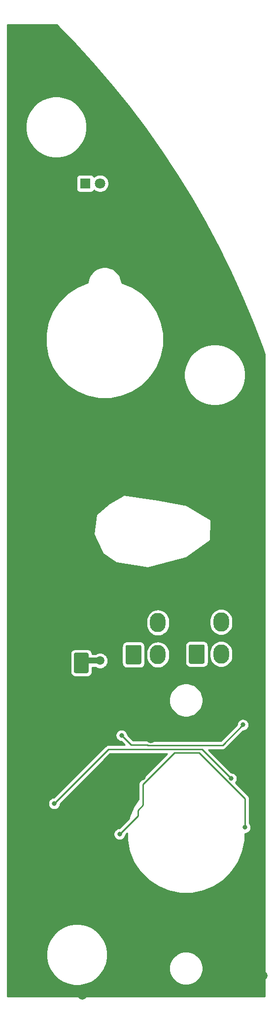
<source format=gbr>
%TF.GenerationSoftware,KiCad,Pcbnew,(5.1.6)-1*%
%TF.CreationDate,2021-07-24T01:35:24+10:00*%
%TF.ProjectId,SPIN RCV Panel PCB V1,5350494e-2052-4435-9620-50616e656c20,rev?*%
%TF.SameCoordinates,Original*%
%TF.FileFunction,Copper,L2,Bot*%
%TF.FilePolarity,Positive*%
%FSLAX46Y46*%
G04 Gerber Fmt 4.6, Leading zero omitted, Abs format (unit mm)*
G04 Created by KiCad (PCBNEW (5.1.6)-1) date 2021-07-24 01:35:24*
%MOMM*%
%LPD*%
G01*
G04 APERTURE LIST*
%TA.AperFunction,ComponentPad*%
%ADD10O,2.700000X3.300000*%
%TD*%
%TA.AperFunction,ComponentPad*%
%ADD11C,1.800000*%
%TD*%
%TA.AperFunction,ComponentPad*%
%ADD12R,1.800000X1.800000*%
%TD*%
%TA.AperFunction,ViaPad*%
%ADD13C,1.500000*%
%TD*%
%TA.AperFunction,ViaPad*%
%ADD14C,0.800000*%
%TD*%
%TA.AperFunction,Conductor*%
%ADD15C,1.000000*%
%TD*%
%TA.AperFunction,Conductor*%
%ADD16C,0.250000*%
%TD*%
%TA.AperFunction,Conductor*%
%ADD17C,0.254000*%
%TD*%
G04 APERTURE END LIST*
D10*
%TO.P,J2,4*%
%TO.N,/DATAOUT*%
X257235000Y-96900000D03*
%TO.P,J2,3*%
%TO.N,/LEDGND*%
X253035000Y-96900000D03*
%TO.P,J2,2*%
%TO.N,/LED+5V*%
X257235000Y-102400000D03*
%TO.P,J2,1*%
%TA.AperFunction,ComponentPad*%
G36*
G01*
X251685000Y-103799999D02*
X251685000Y-101000001D01*
G75*
G02*
X251935001Y-100750000I250001J0D01*
G01*
X254134999Y-100750000D01*
G75*
G02*
X254385000Y-101000001I0J-250001D01*
G01*
X254385000Y-103799999D01*
G75*
G02*
X254134999Y-104050000I-250001J0D01*
G01*
X251935001Y-104050000D01*
G75*
G02*
X251685000Y-103799999I0J250001D01*
G01*
G37*
%TD.AperFunction*%
%TD*%
%TO.P,J1,4*%
%TO.N,/DATAIN*%
X268100000Y-96800000D03*
%TO.P,J1,3*%
%TO.N,/LEDGND*%
X263900000Y-96800000D03*
%TO.P,J1,2*%
%TO.N,/LED+5V*%
X268100000Y-102300000D03*
%TO.P,J1,1*%
%TA.AperFunction,ComponentPad*%
G36*
G01*
X262550000Y-103699999D02*
X262550000Y-100900001D01*
G75*
G02*
X262800001Y-100650000I250001J0D01*
G01*
X264999999Y-100650000D01*
G75*
G02*
X265250000Y-100900001I0J-250001D01*
G01*
X265250000Y-103699999D01*
G75*
G02*
X264999999Y-103950000I-250001J0D01*
G01*
X262800001Y-103950000D01*
G75*
G02*
X262550000Y-103699999I0J250001D01*
G01*
G37*
%TD.AperFunction*%
%TD*%
D11*
%TO.P,D1,2*%
%TO.N,/LED+5V*%
X247294000Y-21500000D03*
D12*
%TO.P,D1,1*%
%TO.N,Net-(D1-Pad1)*%
X244754000Y-21500000D03*
%TD*%
%TO.P,C1,2*%
%TO.N,/LEDGND*%
%TA.AperFunction,SMDPad,CuDef*%
G36*
G01*
X245069000Y-99059000D02*
X243069000Y-99059000D01*
G75*
G02*
X242819000Y-98809000I0J250000D01*
G01*
X242819000Y-95809000D01*
G75*
G02*
X243069000Y-95559000I250000J0D01*
G01*
X245069000Y-95559000D01*
G75*
G02*
X245319000Y-95809000I0J-250000D01*
G01*
X245319000Y-98809000D01*
G75*
G02*
X245069000Y-99059000I-250000J0D01*
G01*
G37*
%TD.AperFunction*%
%TO.P,C1,1*%
%TO.N,/LED+5V*%
%TA.AperFunction,SMDPad,CuDef*%
G36*
G01*
X245069000Y-105559000D02*
X243069000Y-105559000D01*
G75*
G02*
X242819000Y-105309000I0J250000D01*
G01*
X242819000Y-102309000D01*
G75*
G02*
X243069000Y-102059000I250000J0D01*
G01*
X245069000Y-102059000D01*
G75*
G02*
X245319000Y-102309000I0J-250000D01*
G01*
X245319000Y-105309000D01*
G75*
G02*
X245069000Y-105559000I-250000J0D01*
G01*
G37*
%TD.AperFunction*%
%TD*%
D13*
%TO.N,/LEDGND*%
X244067500Y-128275000D03*
X251567900Y-74006000D03*
X236521400Y-137090700D03*
X267244200Y-94052800D03*
X252306000Y-142477100D03*
X244326500Y-142622200D03*
X236661700Y-117681800D03*
X263468200Y-46339000D03*
X275344500Y-157464900D03*
X259961800Y-32102900D03*
X248253800Y-89438100D03*
X250398500Y-102181200D03*
X244127200Y-82082800D03*
X244376200Y-117162500D03*
X243331000Y-32017200D03*
X243914500Y-94021100D03*
X240087800Y-22830400D03*
X236526800Y-142553100D03*
X240968400Y-103531600D03*
X236945800Y-157128900D03*
X256245000Y-149501600D03*
X256003500Y-111814300D03*
X239162200Y-124071100D03*
X236704400Y-149486100D03*
X248261600Y-31716800D03*
X244286100Y-160855000D03*
X255927500Y-156045800D03*
X255991000Y-116864800D03*
X244537400Y-111544800D03*
X240704600Y-109779000D03*
X268233500Y-76664700D03*
X258276000Y-72119500D03*
X273837000Y-129463000D03*
X273900000Y-123200000D03*
X273900000Y-117400000D03*
X273800000Y-111800000D03*
X233550000Y-131450000D03*
D14*
X244200000Y-134631738D03*
D13*
X273200000Y-141150000D03*
X273700000Y-146650000D03*
X273696000Y-152246000D03*
X273860000Y-134890000D03*
X254389000Y-123289000D03*
X247400000Y-61150000D03*
X255750000Y-60950000D03*
X247800000Y-135850000D03*
X251275000Y-130025000D03*
X258550000Y-40500000D03*
X238350000Y-55100000D03*
X238250000Y-39200000D03*
X259550000Y-51900000D03*
X247700000Y-148450000D03*
%TO.N,/LED+5V*%
X247286000Y-103422800D03*
D14*
%TO.N,Net-(D28-Pad2)*%
X271835400Y-114441400D03*
X250985600Y-116242600D03*
%TO.N,Net-(D33-Pad2)*%
X269800000Y-123650000D03*
X239400000Y-127950000D03*
%TO.N,Net-(D39-Pad2)*%
X272200000Y-132050000D03*
X250650000Y-133200000D03*
%TD*%
D15*
%TO.N,/LED+5V*%
X247286000Y-103422800D02*
X244455200Y-103422800D01*
X244455200Y-103422800D02*
X244069000Y-103809000D01*
D16*
%TO.N,Net-(D28-Pad2)*%
X250985600Y-116242600D02*
X252643000Y-117900000D01*
X268336999Y-117939801D02*
X271835400Y-114441400D01*
X255474999Y-117939801D02*
X268336999Y-117939801D01*
X255435198Y-117900000D02*
X255474999Y-117939801D01*
X252643000Y-117900000D02*
X255435198Y-117900000D01*
%TO.N,Net-(D33-Pad2)*%
X239400000Y-127950000D02*
X239400000Y-127950000D01*
X264800000Y-118650000D02*
X269800000Y-123650000D01*
X239400000Y-127950000D02*
X248700000Y-118650000D01*
X248700000Y-118650000D02*
X264800000Y-118650000D01*
%TO.N,Net-(D39-Pad2)*%
X253791002Y-130058998D02*
X250650000Y-133200000D01*
X254650000Y-128241002D02*
X253791002Y-129100000D01*
X272200000Y-127100000D02*
X264300000Y-119200000D01*
X272200000Y-132050000D02*
X272200000Y-127100000D01*
X254650000Y-124619002D02*
X254650000Y-128241002D01*
X253791002Y-129100000D02*
X253791002Y-130058998D01*
X264300000Y-119200000D02*
X260069002Y-119200000D01*
X260069002Y-119200000D02*
X254650000Y-124619002D01*
%TD*%
D17*
%TO.N,/LEDGND*%
G36*
X242953719Y2519112D02*
G01*
X246170776Y-995320D01*
X249275825Y-4609033D01*
X252265846Y-8318512D01*
X255137858Y-12120059D01*
X257889071Y-16009980D01*
X260516727Y-19984379D01*
X263018254Y-24039363D01*
X265391182Y-28170933D01*
X267633138Y-32374950D01*
X269741958Y-36647357D01*
X271715525Y-40983871D01*
X273551910Y-45380244D01*
X275250827Y-49836147D01*
X275606124Y-50825872D01*
X275606123Y-161087936D01*
X231356123Y-161087936D01*
X231356123Y-153365697D01*
X238044123Y-153365697D01*
X238044123Y-154405175D01*
X238246915Y-155424680D01*
X238644706Y-156385033D01*
X239222210Y-157249327D01*
X239957232Y-157984349D01*
X240821526Y-158561853D01*
X241781879Y-158959644D01*
X242801384Y-159162436D01*
X243840862Y-159162436D01*
X244860367Y-158959644D01*
X245820720Y-158561853D01*
X246685014Y-157984349D01*
X247420036Y-157249327D01*
X247997540Y-156385033D01*
X248175586Y-155955190D01*
X259159974Y-155955190D01*
X259159974Y-156525190D01*
X259271175Y-157084236D01*
X259489305Y-157610847D01*
X259805979Y-158084784D01*
X260209029Y-158487834D01*
X260682966Y-158804508D01*
X261209577Y-159022638D01*
X261768623Y-159133839D01*
X262338623Y-159133839D01*
X262897669Y-159022638D01*
X263424280Y-158804508D01*
X263898217Y-158487834D01*
X264301267Y-158084784D01*
X264617941Y-157610847D01*
X264836071Y-157084236D01*
X264947272Y-156525190D01*
X264947272Y-155955190D01*
X264836071Y-155396144D01*
X264617941Y-154869533D01*
X264301267Y-154395596D01*
X263898217Y-153992546D01*
X263424280Y-153675872D01*
X262897669Y-153457742D01*
X262338623Y-153346541D01*
X261768623Y-153346541D01*
X261209577Y-153457742D01*
X260682966Y-153675872D01*
X260209029Y-153992546D01*
X259805979Y-154395596D01*
X259489305Y-154869533D01*
X259271175Y-155396144D01*
X259159974Y-155955190D01*
X248175586Y-155955190D01*
X248395331Y-155424680D01*
X248598123Y-154405175D01*
X248598123Y-153365697D01*
X248395331Y-152346192D01*
X247997540Y-151385839D01*
X247420036Y-150521545D01*
X246685014Y-149786523D01*
X245820720Y-149209019D01*
X244860367Y-148811228D01*
X243840862Y-148608436D01*
X242801384Y-148608436D01*
X241781879Y-148811228D01*
X240821526Y-149209019D01*
X239957232Y-149786523D01*
X239222210Y-150521545D01*
X238644706Y-151385839D01*
X238246915Y-152346192D01*
X238044123Y-153365697D01*
X231356123Y-153365697D01*
X231356123Y-127848061D01*
X238365000Y-127848061D01*
X238365000Y-128051939D01*
X238404774Y-128251898D01*
X238482795Y-128440256D01*
X238596063Y-128609774D01*
X238740226Y-128753937D01*
X238909744Y-128867205D01*
X239098102Y-128945226D01*
X239298061Y-128985000D01*
X239501939Y-128985000D01*
X239701898Y-128945226D01*
X239890256Y-128867205D01*
X240059774Y-128753937D01*
X240203937Y-128609774D01*
X240317205Y-128440256D01*
X240395226Y-128251898D01*
X240435000Y-128051939D01*
X240435000Y-127989801D01*
X249014802Y-119410000D01*
X258784200Y-119410000D01*
X254139003Y-124055198D01*
X254109999Y-124079001D01*
X254059729Y-124140256D01*
X254015026Y-124194726D01*
X253990474Y-124240660D01*
X253944454Y-124326756D01*
X253900997Y-124470017D01*
X253890000Y-124581670D01*
X253890000Y-124581680D01*
X253886324Y-124619002D01*
X253890000Y-124656325D01*
X253890001Y-127204698D01*
X253079192Y-128418158D01*
X252315798Y-130261154D01*
X252266573Y-130508625D01*
X250610199Y-132165000D01*
X250548061Y-132165000D01*
X250348102Y-132204774D01*
X250159744Y-132282795D01*
X249990226Y-132396063D01*
X249846063Y-132540226D01*
X249732795Y-132709744D01*
X249654774Y-132898102D01*
X249615000Y-133098061D01*
X249615000Y-133301939D01*
X249654774Y-133501898D01*
X249732795Y-133690256D01*
X249846063Y-133859774D01*
X249990226Y-134003937D01*
X250159744Y-134117205D01*
X250348102Y-134195226D01*
X250548061Y-134235000D01*
X250751939Y-134235000D01*
X250951898Y-134195226D01*
X251140256Y-134117205D01*
X251309774Y-134003937D01*
X251453937Y-133859774D01*
X251567205Y-133690256D01*
X251645226Y-133501898D01*
X251685000Y-133301939D01*
X251685000Y-133239801D01*
X251926623Y-132998178D01*
X251926623Y-134212513D01*
X252315798Y-136169028D01*
X253079192Y-138012024D01*
X254187469Y-139670677D01*
X255598037Y-141081245D01*
X257256690Y-142189522D01*
X259099686Y-142952916D01*
X261056201Y-143342091D01*
X263051045Y-143342091D01*
X265007560Y-142952916D01*
X266850556Y-142189522D01*
X268509209Y-141081245D01*
X269919777Y-139670677D01*
X271028054Y-138012024D01*
X271791448Y-136169028D01*
X272180623Y-134212513D01*
X272180623Y-133085000D01*
X272301939Y-133085000D01*
X272501898Y-133045226D01*
X272690256Y-132967205D01*
X272859774Y-132853937D01*
X273003937Y-132709774D01*
X273117205Y-132540256D01*
X273195226Y-132351898D01*
X273235000Y-132151939D01*
X273235000Y-131948061D01*
X273195226Y-131748102D01*
X273117205Y-131559744D01*
X273003937Y-131390226D01*
X272960000Y-131346289D01*
X272960000Y-127137322D01*
X272963676Y-127099999D01*
X272960000Y-127062676D01*
X272960000Y-127062667D01*
X272949003Y-126951014D01*
X272905546Y-126807753D01*
X272879757Y-126759505D01*
X272834974Y-126675723D01*
X272763799Y-126588997D01*
X272740001Y-126559999D01*
X272711003Y-126536201D01*
X270544256Y-124369455D01*
X270603937Y-124309774D01*
X270717205Y-124140256D01*
X270795226Y-123951898D01*
X270835000Y-123751939D01*
X270835000Y-123548061D01*
X270795226Y-123348102D01*
X270717205Y-123159744D01*
X270603937Y-122990226D01*
X270459774Y-122846063D01*
X270290256Y-122732795D01*
X270101898Y-122654774D01*
X269901939Y-122615000D01*
X269839802Y-122615000D01*
X265924602Y-118699801D01*
X268299677Y-118699801D01*
X268336999Y-118703477D01*
X268374321Y-118699801D01*
X268374332Y-118699801D01*
X268485985Y-118688804D01*
X268629246Y-118645347D01*
X268761275Y-118574775D01*
X268877000Y-118479802D01*
X268900803Y-118450798D01*
X271875202Y-115476400D01*
X271937339Y-115476400D01*
X272137298Y-115436626D01*
X272325656Y-115358605D01*
X272495174Y-115245337D01*
X272639337Y-115101174D01*
X272752605Y-114931656D01*
X272830626Y-114743298D01*
X272870400Y-114543339D01*
X272870400Y-114339461D01*
X272830626Y-114139502D01*
X272752605Y-113951144D01*
X272639337Y-113781626D01*
X272495174Y-113637463D01*
X272325656Y-113524195D01*
X272137298Y-113446174D01*
X271937339Y-113406400D01*
X271733461Y-113406400D01*
X271533502Y-113446174D01*
X271345144Y-113524195D01*
X271175626Y-113637463D01*
X271031463Y-113781626D01*
X270918195Y-113951144D01*
X270840174Y-114139502D01*
X270800400Y-114339461D01*
X270800400Y-114401598D01*
X268022198Y-117179801D01*
X255679140Y-117179801D01*
X255584184Y-117150997D01*
X255472531Y-117140000D01*
X255472520Y-117140000D01*
X255435198Y-117136324D01*
X255397876Y-117140000D01*
X252957802Y-117140000D01*
X252020600Y-116202799D01*
X252020600Y-116140661D01*
X251980826Y-115940702D01*
X251902805Y-115752344D01*
X251789537Y-115582826D01*
X251645374Y-115438663D01*
X251475856Y-115325395D01*
X251287498Y-115247374D01*
X251087539Y-115207600D01*
X250883661Y-115207600D01*
X250683702Y-115247374D01*
X250495344Y-115325395D01*
X250325826Y-115438663D01*
X250181663Y-115582826D01*
X250068395Y-115752344D01*
X249990374Y-115940702D01*
X249950600Y-116140661D01*
X249950600Y-116344539D01*
X249990374Y-116544498D01*
X250068395Y-116732856D01*
X250181663Y-116902374D01*
X250325826Y-117046537D01*
X250495344Y-117159805D01*
X250683702Y-117237826D01*
X250883661Y-117277600D01*
X250945799Y-117277600D01*
X251558198Y-117890000D01*
X248737322Y-117890000D01*
X248699999Y-117886324D01*
X248662676Y-117890000D01*
X248662667Y-117890000D01*
X248551014Y-117900997D01*
X248423092Y-117939801D01*
X248407753Y-117944454D01*
X248275723Y-118015026D01*
X248192083Y-118083668D01*
X248159999Y-118109999D01*
X248136201Y-118138997D01*
X239360199Y-126915000D01*
X239298061Y-126915000D01*
X239098102Y-126954774D01*
X238909744Y-127032795D01*
X238740226Y-127146063D01*
X238596063Y-127290226D01*
X238482795Y-127459744D01*
X238404774Y-127648102D01*
X238365000Y-127848061D01*
X231356123Y-127848061D01*
X231356123Y-109930391D01*
X259159974Y-109930391D01*
X259159974Y-110500391D01*
X259271175Y-111059437D01*
X259489305Y-111586048D01*
X259805979Y-112059985D01*
X260209029Y-112463035D01*
X260682966Y-112779709D01*
X261209577Y-112997839D01*
X261768623Y-113109040D01*
X262338623Y-113109040D01*
X262897669Y-112997839D01*
X263424280Y-112779709D01*
X263898217Y-112463035D01*
X264301267Y-112059985D01*
X264617941Y-111586048D01*
X264836071Y-111059437D01*
X264947272Y-110500391D01*
X264947272Y-109930391D01*
X264836071Y-109371345D01*
X264617941Y-108844734D01*
X264301267Y-108370797D01*
X263898217Y-107967747D01*
X263424280Y-107651073D01*
X262897669Y-107432943D01*
X262338623Y-107321742D01*
X261768623Y-107321742D01*
X261209577Y-107432943D01*
X260682966Y-107651073D01*
X260209029Y-107967747D01*
X259805979Y-108370797D01*
X259489305Y-108844734D01*
X259271175Y-109371345D01*
X259159974Y-109930391D01*
X231356123Y-109930391D01*
X231356123Y-102309000D01*
X242180928Y-102309000D01*
X242180928Y-105309000D01*
X242197992Y-105482254D01*
X242248528Y-105648850D01*
X242330595Y-105802386D01*
X242441038Y-105936962D01*
X242575614Y-106047405D01*
X242729150Y-106129472D01*
X242895746Y-106180008D01*
X243069000Y-106197072D01*
X245069000Y-106197072D01*
X245242254Y-106180008D01*
X245408850Y-106129472D01*
X245562386Y-106047405D01*
X245696962Y-105936962D01*
X245807405Y-105802386D01*
X245889472Y-105648850D01*
X245940008Y-105482254D01*
X245957072Y-105309000D01*
X245957072Y-104557800D01*
X246491714Y-104557800D01*
X246629957Y-104650171D01*
X246882011Y-104754575D01*
X247149589Y-104807800D01*
X247422411Y-104807800D01*
X247689989Y-104754575D01*
X247942043Y-104650171D01*
X248168886Y-104498599D01*
X248361799Y-104305686D01*
X248513371Y-104078843D01*
X248617775Y-103826789D01*
X248671000Y-103559211D01*
X248671000Y-103286389D01*
X248617775Y-103018811D01*
X248513371Y-102766757D01*
X248361799Y-102539914D01*
X248168886Y-102347001D01*
X247942043Y-102195429D01*
X247689989Y-102091025D01*
X247422411Y-102037800D01*
X247149589Y-102037800D01*
X246882011Y-102091025D01*
X246629957Y-102195429D01*
X246491714Y-102287800D01*
X245954984Y-102287800D01*
X245940008Y-102135746D01*
X245889472Y-101969150D01*
X245807405Y-101815614D01*
X245696962Y-101681038D01*
X245562386Y-101570595D01*
X245408850Y-101488528D01*
X245242254Y-101437992D01*
X245069000Y-101420928D01*
X243069000Y-101420928D01*
X242895746Y-101437992D01*
X242729150Y-101488528D01*
X242575614Y-101570595D01*
X242441038Y-101681038D01*
X242330595Y-101815614D01*
X242248528Y-101969150D01*
X242197992Y-102135746D01*
X242180928Y-102309000D01*
X231356123Y-102309000D01*
X231356123Y-101000001D01*
X251046928Y-101000001D01*
X251046928Y-103799999D01*
X251063992Y-103973253D01*
X251114529Y-104139850D01*
X251196595Y-104293386D01*
X251307039Y-104427961D01*
X251441614Y-104538405D01*
X251595150Y-104620471D01*
X251761747Y-104671008D01*
X251935001Y-104688072D01*
X254134999Y-104688072D01*
X254308253Y-104671008D01*
X254474850Y-104620471D01*
X254628386Y-104538405D01*
X254762961Y-104427961D01*
X254873405Y-104293386D01*
X254955471Y-104139850D01*
X255006008Y-103973253D01*
X255023072Y-103799999D01*
X255023072Y-102002491D01*
X255250000Y-102002491D01*
X255250000Y-102797510D01*
X255278722Y-103089128D01*
X255392226Y-103463302D01*
X255576547Y-103808143D01*
X255824603Y-104110398D01*
X256126858Y-104358453D01*
X256471699Y-104542774D01*
X256845873Y-104656278D01*
X257235000Y-104694604D01*
X257624128Y-104656278D01*
X257998302Y-104542774D01*
X258343143Y-104358453D01*
X258645398Y-104110398D01*
X258893453Y-103808143D01*
X259077774Y-103463302D01*
X259191278Y-103089127D01*
X259220000Y-102797509D01*
X259220000Y-102002490D01*
X259191278Y-101710872D01*
X259077774Y-101336698D01*
X258893453Y-100991857D01*
X258818069Y-100900001D01*
X261911928Y-100900001D01*
X261911928Y-103699999D01*
X261928992Y-103873253D01*
X261979529Y-104039850D01*
X262061595Y-104193386D01*
X262172039Y-104327961D01*
X262306614Y-104438405D01*
X262460150Y-104520471D01*
X262626747Y-104571008D01*
X262800001Y-104588072D01*
X264999999Y-104588072D01*
X265173253Y-104571008D01*
X265339850Y-104520471D01*
X265493386Y-104438405D01*
X265627961Y-104327961D01*
X265738405Y-104193386D01*
X265820471Y-104039850D01*
X265871008Y-103873253D01*
X265888072Y-103699999D01*
X265888072Y-101902491D01*
X266115000Y-101902491D01*
X266115000Y-102697510D01*
X266143722Y-102989128D01*
X266257226Y-103363302D01*
X266441547Y-103708143D01*
X266689603Y-104010398D01*
X266991858Y-104258453D01*
X267336699Y-104442774D01*
X267710873Y-104556278D01*
X268100000Y-104594604D01*
X268489128Y-104556278D01*
X268863302Y-104442774D01*
X269208143Y-104258453D01*
X269510398Y-104010398D01*
X269758453Y-103708143D01*
X269942774Y-103363302D01*
X270056278Y-102989127D01*
X270085000Y-102697509D01*
X270085000Y-101902490D01*
X270056278Y-101610872D01*
X269942774Y-101236698D01*
X269758453Y-100891857D01*
X269510398Y-100589602D01*
X269208143Y-100341547D01*
X268863301Y-100157226D01*
X268489127Y-100043722D01*
X268100000Y-100005396D01*
X267710872Y-100043722D01*
X267336698Y-100157226D01*
X266991857Y-100341547D01*
X266689602Y-100589602D01*
X266441547Y-100891857D01*
X266257226Y-101236699D01*
X266143722Y-101610873D01*
X266115000Y-101902491D01*
X265888072Y-101902491D01*
X265888072Y-100900001D01*
X265871008Y-100726747D01*
X265820471Y-100560150D01*
X265738405Y-100406614D01*
X265627961Y-100272039D01*
X265493386Y-100161595D01*
X265339850Y-100079529D01*
X265173253Y-100028992D01*
X264999999Y-100011928D01*
X262800001Y-100011928D01*
X262626747Y-100028992D01*
X262460150Y-100079529D01*
X262306614Y-100161595D01*
X262172039Y-100272039D01*
X262061595Y-100406614D01*
X261979529Y-100560150D01*
X261928992Y-100726747D01*
X261911928Y-100900001D01*
X258818069Y-100900001D01*
X258645398Y-100689602D01*
X258343143Y-100441547D01*
X257998301Y-100257226D01*
X257624127Y-100143722D01*
X257235000Y-100105396D01*
X256845872Y-100143722D01*
X256471698Y-100257226D01*
X256126857Y-100441547D01*
X255824602Y-100689602D01*
X255576547Y-100991857D01*
X255392226Y-101336699D01*
X255278722Y-101710873D01*
X255250000Y-102002491D01*
X255023072Y-102002491D01*
X255023072Y-101000001D01*
X255006008Y-100826747D01*
X254955471Y-100660150D01*
X254873405Y-100506614D01*
X254762961Y-100372039D01*
X254628386Y-100261595D01*
X254474850Y-100179529D01*
X254308253Y-100128992D01*
X254134999Y-100111928D01*
X251935001Y-100111928D01*
X251761747Y-100128992D01*
X251595150Y-100179529D01*
X251441614Y-100261595D01*
X251307039Y-100372039D01*
X251196595Y-100506614D01*
X251114529Y-100660150D01*
X251063992Y-100826747D01*
X251046928Y-101000001D01*
X231356123Y-101000001D01*
X231356123Y-96502491D01*
X255250000Y-96502491D01*
X255250000Y-97297510D01*
X255278722Y-97589128D01*
X255392226Y-97963302D01*
X255576547Y-98308143D01*
X255824603Y-98610398D01*
X256126858Y-98858453D01*
X256471699Y-99042774D01*
X256845873Y-99156278D01*
X257235000Y-99194604D01*
X257624128Y-99156278D01*
X257998302Y-99042774D01*
X258343143Y-98858453D01*
X258645398Y-98610398D01*
X258893453Y-98308143D01*
X259077774Y-97963302D01*
X259191278Y-97589127D01*
X259220000Y-97297509D01*
X259220000Y-96502490D01*
X259210151Y-96402491D01*
X266115000Y-96402491D01*
X266115000Y-97197510D01*
X266143722Y-97489128D01*
X266257226Y-97863302D01*
X266441547Y-98208143D01*
X266689603Y-98510398D01*
X266991858Y-98758453D01*
X267336699Y-98942774D01*
X267710873Y-99056278D01*
X268100000Y-99094604D01*
X268489128Y-99056278D01*
X268863302Y-98942774D01*
X269208143Y-98758453D01*
X269510398Y-98510398D01*
X269758453Y-98208143D01*
X269942774Y-97863302D01*
X270056278Y-97489127D01*
X270085000Y-97197509D01*
X270085000Y-96402490D01*
X270056278Y-96110872D01*
X269942774Y-95736698D01*
X269758453Y-95391857D01*
X269510398Y-95089602D01*
X269208143Y-94841547D01*
X268863301Y-94657226D01*
X268489127Y-94543722D01*
X268100000Y-94505396D01*
X267710872Y-94543722D01*
X267336698Y-94657226D01*
X266991857Y-94841547D01*
X266689602Y-95089602D01*
X266441547Y-95391857D01*
X266257226Y-95736699D01*
X266143722Y-96110873D01*
X266115000Y-96402491D01*
X259210151Y-96402491D01*
X259191278Y-96210872D01*
X259077774Y-95836698D01*
X258893453Y-95491857D01*
X258645398Y-95189602D01*
X258343143Y-94941547D01*
X257998301Y-94757226D01*
X257624127Y-94643722D01*
X257235000Y-94605396D01*
X256845872Y-94643722D01*
X256471698Y-94757226D01*
X256126857Y-94941547D01*
X255824602Y-95189602D01*
X255576547Y-95491857D01*
X255392226Y-95836699D01*
X255278722Y-96210873D01*
X255250000Y-96502491D01*
X231356123Y-96502491D01*
X231356123Y-81630042D01*
X246198100Y-81630042D01*
X246201522Y-81654702D01*
X246209689Y-81678220D01*
X247709689Y-84928220D01*
X247718141Y-84943631D01*
X247733584Y-84963159D01*
X247752539Y-84979300D01*
X250127539Y-86629300D01*
X250156910Y-86644467D01*
X250181045Y-86650577D01*
X255481045Y-87450577D01*
X255506522Y-87451832D01*
X255531140Y-87448123D01*
X261956140Y-85823123D01*
X261977237Y-85815759D01*
X261998817Y-85803344D01*
X266198817Y-82803344D01*
X266213482Y-82791104D01*
X266229555Y-82772091D01*
X266241611Y-82750308D01*
X266249185Y-82726592D01*
X266251986Y-82701854D01*
X266301986Y-79276854D01*
X266298208Y-79244198D01*
X266289832Y-79220753D01*
X266277042Y-79199393D01*
X266260331Y-79180938D01*
X266240341Y-79166098D01*
X262240341Y-76766098D01*
X262223724Y-76757718D01*
X262199907Y-76750466D01*
X257199907Y-75750466D01*
X257191609Y-75749091D01*
X251316609Y-74974091D01*
X251282106Y-74974267D01*
X251257920Y-74980174D01*
X251235352Y-74990686D01*
X248910352Y-76365686D01*
X248892438Y-76378499D01*
X246642438Y-78303499D01*
X246628891Y-78316981D01*
X246614542Y-78337327D01*
X246604437Y-78360080D01*
X246598966Y-78384368D01*
X246198966Y-81609368D01*
X246198100Y-81630042D01*
X231356123Y-81630042D01*
X231356123Y-47287514D01*
X237956623Y-47287514D01*
X237956623Y-49282358D01*
X238345798Y-51238873D01*
X239109192Y-53081869D01*
X240217469Y-54740522D01*
X241628037Y-56151090D01*
X243286690Y-57259367D01*
X245129686Y-58022761D01*
X247086201Y-58411936D01*
X249081045Y-58411936D01*
X251037560Y-58022761D01*
X252880556Y-57259367D01*
X254539209Y-56151090D01*
X255949777Y-54740522D01*
X256537323Y-53861197D01*
X261729623Y-53861197D01*
X261729623Y-54900675D01*
X261932415Y-55920180D01*
X262330206Y-56880533D01*
X262907710Y-57744827D01*
X263642732Y-58479849D01*
X264507026Y-59057353D01*
X265467379Y-59455144D01*
X266486884Y-59657936D01*
X267526362Y-59657936D01*
X268545867Y-59455144D01*
X269506220Y-59057353D01*
X270370514Y-58479849D01*
X271105536Y-57744827D01*
X271683040Y-56880533D01*
X272080831Y-55920180D01*
X272283623Y-54900675D01*
X272283623Y-53861197D01*
X272080831Y-52841692D01*
X271683040Y-51881339D01*
X271105536Y-51017045D01*
X270370514Y-50282023D01*
X269506220Y-49704519D01*
X268545867Y-49306728D01*
X267526362Y-49103936D01*
X266486884Y-49103936D01*
X265467379Y-49306728D01*
X264507026Y-49704519D01*
X263642732Y-50282023D01*
X262907710Y-51017045D01*
X262330206Y-51881339D01*
X261932415Y-52841692D01*
X261729623Y-53861197D01*
X256537323Y-53861197D01*
X257058054Y-53081869D01*
X257821448Y-51238873D01*
X258210623Y-49282358D01*
X258210623Y-47287514D01*
X257821448Y-45330999D01*
X257058054Y-43488003D01*
X255949777Y-41829350D01*
X254539209Y-40418782D01*
X252880556Y-39310505D01*
X251037560Y-38547111D01*
X250996623Y-38538968D01*
X250996623Y-38473031D01*
X250884678Y-37910245D01*
X250665090Y-37380113D01*
X250346298Y-36903007D01*
X249940552Y-36497261D01*
X249463446Y-36178469D01*
X248933314Y-35958881D01*
X248370528Y-35846936D01*
X247796718Y-35846936D01*
X247233932Y-35958881D01*
X246703800Y-36178469D01*
X246226694Y-36497261D01*
X245820948Y-36903007D01*
X245502156Y-37380113D01*
X245282568Y-37910245D01*
X245170623Y-38473031D01*
X245170623Y-38538968D01*
X245129686Y-38547111D01*
X243286690Y-39310505D01*
X241628037Y-40418782D01*
X240217469Y-41829350D01*
X239109192Y-43488003D01*
X238345798Y-45330999D01*
X237956623Y-47287514D01*
X231356123Y-47287514D01*
X231356123Y-20600000D01*
X243215928Y-20600000D01*
X243215928Y-22400000D01*
X243228188Y-22524482D01*
X243264498Y-22644180D01*
X243323463Y-22754494D01*
X243402815Y-22851185D01*
X243499506Y-22930537D01*
X243609820Y-22989502D01*
X243729518Y-23025812D01*
X243854000Y-23038072D01*
X245654000Y-23038072D01*
X245778482Y-23025812D01*
X245898180Y-22989502D01*
X246008494Y-22930537D01*
X246105185Y-22851185D01*
X246184537Y-22754494D01*
X246243502Y-22644180D01*
X246249056Y-22625873D01*
X246315495Y-22692312D01*
X246566905Y-22860299D01*
X246846257Y-22976011D01*
X247142816Y-23035000D01*
X247445184Y-23035000D01*
X247741743Y-22976011D01*
X248021095Y-22860299D01*
X248272505Y-22692312D01*
X248486312Y-22478505D01*
X248654299Y-22227095D01*
X248770011Y-21947743D01*
X248829000Y-21651184D01*
X248829000Y-21348816D01*
X248770011Y-21052257D01*
X248654299Y-20772905D01*
X248486312Y-20521495D01*
X248272505Y-20307688D01*
X248021095Y-20139701D01*
X247741743Y-20023989D01*
X247445184Y-19965000D01*
X247142816Y-19965000D01*
X246846257Y-20023989D01*
X246566905Y-20139701D01*
X246315495Y-20307688D01*
X246249056Y-20374127D01*
X246243502Y-20355820D01*
X246184537Y-20245506D01*
X246105185Y-20148815D01*
X246008494Y-20069463D01*
X245898180Y-20010498D01*
X245778482Y-19974188D01*
X245654000Y-19961928D01*
X243854000Y-19961928D01*
X243729518Y-19974188D01*
X243609820Y-20010498D01*
X243499506Y-20069463D01*
X243402815Y-20148815D01*
X243323463Y-20245506D01*
X243264498Y-20355820D01*
X243228188Y-20475518D01*
X243215928Y-20600000D01*
X231356123Y-20600000D01*
X231356123Y-11316197D01*
X234488123Y-11316197D01*
X234488123Y-12355675D01*
X234690915Y-13375180D01*
X235088706Y-14335533D01*
X235666210Y-15199827D01*
X236401232Y-15934849D01*
X237265526Y-16512353D01*
X238225879Y-16910144D01*
X239245384Y-17112936D01*
X240284862Y-17112936D01*
X241304367Y-16910144D01*
X242264720Y-16512353D01*
X243129014Y-15934849D01*
X243864036Y-15199827D01*
X244441540Y-14335533D01*
X244839331Y-13375180D01*
X245042123Y-12355675D01*
X245042123Y-11316197D01*
X244839331Y-10296692D01*
X244441540Y-9336339D01*
X243864036Y-8472045D01*
X243129014Y-7737023D01*
X242264720Y-7159519D01*
X241304367Y-6761728D01*
X240284862Y-6558936D01*
X239245384Y-6558936D01*
X238225879Y-6761728D01*
X237265526Y-7159519D01*
X236401232Y-7737023D01*
X235666210Y-8472045D01*
X235088706Y-9336339D01*
X234690915Y-10296692D01*
X234488123Y-11316197D01*
X231356123Y-11316197D01*
X231356123Y5717064D01*
X239836180Y5717064D01*
X242953719Y2519112D01*
G37*
X242953719Y2519112D02*
X246170776Y-995320D01*
X249275825Y-4609033D01*
X252265846Y-8318512D01*
X255137858Y-12120059D01*
X257889071Y-16009980D01*
X260516727Y-19984379D01*
X263018254Y-24039363D01*
X265391182Y-28170933D01*
X267633138Y-32374950D01*
X269741958Y-36647357D01*
X271715525Y-40983871D01*
X273551910Y-45380244D01*
X275250827Y-49836147D01*
X275606124Y-50825872D01*
X275606123Y-161087936D01*
X231356123Y-161087936D01*
X231356123Y-153365697D01*
X238044123Y-153365697D01*
X238044123Y-154405175D01*
X238246915Y-155424680D01*
X238644706Y-156385033D01*
X239222210Y-157249327D01*
X239957232Y-157984349D01*
X240821526Y-158561853D01*
X241781879Y-158959644D01*
X242801384Y-159162436D01*
X243840862Y-159162436D01*
X244860367Y-158959644D01*
X245820720Y-158561853D01*
X246685014Y-157984349D01*
X247420036Y-157249327D01*
X247997540Y-156385033D01*
X248175586Y-155955190D01*
X259159974Y-155955190D01*
X259159974Y-156525190D01*
X259271175Y-157084236D01*
X259489305Y-157610847D01*
X259805979Y-158084784D01*
X260209029Y-158487834D01*
X260682966Y-158804508D01*
X261209577Y-159022638D01*
X261768623Y-159133839D01*
X262338623Y-159133839D01*
X262897669Y-159022638D01*
X263424280Y-158804508D01*
X263898217Y-158487834D01*
X264301267Y-158084784D01*
X264617941Y-157610847D01*
X264836071Y-157084236D01*
X264947272Y-156525190D01*
X264947272Y-155955190D01*
X264836071Y-155396144D01*
X264617941Y-154869533D01*
X264301267Y-154395596D01*
X263898217Y-153992546D01*
X263424280Y-153675872D01*
X262897669Y-153457742D01*
X262338623Y-153346541D01*
X261768623Y-153346541D01*
X261209577Y-153457742D01*
X260682966Y-153675872D01*
X260209029Y-153992546D01*
X259805979Y-154395596D01*
X259489305Y-154869533D01*
X259271175Y-155396144D01*
X259159974Y-155955190D01*
X248175586Y-155955190D01*
X248395331Y-155424680D01*
X248598123Y-154405175D01*
X248598123Y-153365697D01*
X248395331Y-152346192D01*
X247997540Y-151385839D01*
X247420036Y-150521545D01*
X246685014Y-149786523D01*
X245820720Y-149209019D01*
X244860367Y-148811228D01*
X243840862Y-148608436D01*
X242801384Y-148608436D01*
X241781879Y-148811228D01*
X240821526Y-149209019D01*
X239957232Y-149786523D01*
X239222210Y-150521545D01*
X238644706Y-151385839D01*
X238246915Y-152346192D01*
X238044123Y-153365697D01*
X231356123Y-153365697D01*
X231356123Y-127848061D01*
X238365000Y-127848061D01*
X238365000Y-128051939D01*
X238404774Y-128251898D01*
X238482795Y-128440256D01*
X238596063Y-128609774D01*
X238740226Y-128753937D01*
X238909744Y-128867205D01*
X239098102Y-128945226D01*
X239298061Y-128985000D01*
X239501939Y-128985000D01*
X239701898Y-128945226D01*
X239890256Y-128867205D01*
X240059774Y-128753937D01*
X240203937Y-128609774D01*
X240317205Y-128440256D01*
X240395226Y-128251898D01*
X240435000Y-128051939D01*
X240435000Y-127989801D01*
X249014802Y-119410000D01*
X258784200Y-119410000D01*
X254139003Y-124055198D01*
X254109999Y-124079001D01*
X254059729Y-124140256D01*
X254015026Y-124194726D01*
X253990474Y-124240660D01*
X253944454Y-124326756D01*
X253900997Y-124470017D01*
X253890000Y-124581670D01*
X253890000Y-124581680D01*
X253886324Y-124619002D01*
X253890000Y-124656325D01*
X253890001Y-127204698D01*
X253079192Y-128418158D01*
X252315798Y-130261154D01*
X252266573Y-130508625D01*
X250610199Y-132165000D01*
X250548061Y-132165000D01*
X250348102Y-132204774D01*
X250159744Y-132282795D01*
X249990226Y-132396063D01*
X249846063Y-132540226D01*
X249732795Y-132709744D01*
X249654774Y-132898102D01*
X249615000Y-133098061D01*
X249615000Y-133301939D01*
X249654774Y-133501898D01*
X249732795Y-133690256D01*
X249846063Y-133859774D01*
X249990226Y-134003937D01*
X250159744Y-134117205D01*
X250348102Y-134195226D01*
X250548061Y-134235000D01*
X250751939Y-134235000D01*
X250951898Y-134195226D01*
X251140256Y-134117205D01*
X251309774Y-134003937D01*
X251453937Y-133859774D01*
X251567205Y-133690256D01*
X251645226Y-133501898D01*
X251685000Y-133301939D01*
X251685000Y-133239801D01*
X251926623Y-132998178D01*
X251926623Y-134212513D01*
X252315798Y-136169028D01*
X253079192Y-138012024D01*
X254187469Y-139670677D01*
X255598037Y-141081245D01*
X257256690Y-142189522D01*
X259099686Y-142952916D01*
X261056201Y-143342091D01*
X263051045Y-143342091D01*
X265007560Y-142952916D01*
X266850556Y-142189522D01*
X268509209Y-141081245D01*
X269919777Y-139670677D01*
X271028054Y-138012024D01*
X271791448Y-136169028D01*
X272180623Y-134212513D01*
X272180623Y-133085000D01*
X272301939Y-133085000D01*
X272501898Y-133045226D01*
X272690256Y-132967205D01*
X272859774Y-132853937D01*
X273003937Y-132709774D01*
X273117205Y-132540256D01*
X273195226Y-132351898D01*
X273235000Y-132151939D01*
X273235000Y-131948061D01*
X273195226Y-131748102D01*
X273117205Y-131559744D01*
X273003937Y-131390226D01*
X272960000Y-131346289D01*
X272960000Y-127137322D01*
X272963676Y-127099999D01*
X272960000Y-127062676D01*
X272960000Y-127062667D01*
X272949003Y-126951014D01*
X272905546Y-126807753D01*
X272879757Y-126759505D01*
X272834974Y-126675723D01*
X272763799Y-126588997D01*
X272740001Y-126559999D01*
X272711003Y-126536201D01*
X270544256Y-124369455D01*
X270603937Y-124309774D01*
X270717205Y-124140256D01*
X270795226Y-123951898D01*
X270835000Y-123751939D01*
X270835000Y-123548061D01*
X270795226Y-123348102D01*
X270717205Y-123159744D01*
X270603937Y-122990226D01*
X270459774Y-122846063D01*
X270290256Y-122732795D01*
X270101898Y-122654774D01*
X269901939Y-122615000D01*
X269839802Y-122615000D01*
X265924602Y-118699801D01*
X268299677Y-118699801D01*
X268336999Y-118703477D01*
X268374321Y-118699801D01*
X268374332Y-118699801D01*
X268485985Y-118688804D01*
X268629246Y-118645347D01*
X268761275Y-118574775D01*
X268877000Y-118479802D01*
X268900803Y-118450798D01*
X271875202Y-115476400D01*
X271937339Y-115476400D01*
X272137298Y-115436626D01*
X272325656Y-115358605D01*
X272495174Y-115245337D01*
X272639337Y-115101174D01*
X272752605Y-114931656D01*
X272830626Y-114743298D01*
X272870400Y-114543339D01*
X272870400Y-114339461D01*
X272830626Y-114139502D01*
X272752605Y-113951144D01*
X272639337Y-113781626D01*
X272495174Y-113637463D01*
X272325656Y-113524195D01*
X272137298Y-113446174D01*
X271937339Y-113406400D01*
X271733461Y-113406400D01*
X271533502Y-113446174D01*
X271345144Y-113524195D01*
X271175626Y-113637463D01*
X271031463Y-113781626D01*
X270918195Y-113951144D01*
X270840174Y-114139502D01*
X270800400Y-114339461D01*
X270800400Y-114401598D01*
X268022198Y-117179801D01*
X255679140Y-117179801D01*
X255584184Y-117150997D01*
X255472531Y-117140000D01*
X255472520Y-117140000D01*
X255435198Y-117136324D01*
X255397876Y-117140000D01*
X252957802Y-117140000D01*
X252020600Y-116202799D01*
X252020600Y-116140661D01*
X251980826Y-115940702D01*
X251902805Y-115752344D01*
X251789537Y-115582826D01*
X251645374Y-115438663D01*
X251475856Y-115325395D01*
X251287498Y-115247374D01*
X251087539Y-115207600D01*
X250883661Y-115207600D01*
X250683702Y-115247374D01*
X250495344Y-115325395D01*
X250325826Y-115438663D01*
X250181663Y-115582826D01*
X250068395Y-115752344D01*
X249990374Y-115940702D01*
X249950600Y-116140661D01*
X249950600Y-116344539D01*
X249990374Y-116544498D01*
X250068395Y-116732856D01*
X250181663Y-116902374D01*
X250325826Y-117046537D01*
X250495344Y-117159805D01*
X250683702Y-117237826D01*
X250883661Y-117277600D01*
X250945799Y-117277600D01*
X251558198Y-117890000D01*
X248737322Y-117890000D01*
X248699999Y-117886324D01*
X248662676Y-117890000D01*
X248662667Y-117890000D01*
X248551014Y-117900997D01*
X248423092Y-117939801D01*
X248407753Y-117944454D01*
X248275723Y-118015026D01*
X248192083Y-118083668D01*
X248159999Y-118109999D01*
X248136201Y-118138997D01*
X239360199Y-126915000D01*
X239298061Y-126915000D01*
X239098102Y-126954774D01*
X238909744Y-127032795D01*
X238740226Y-127146063D01*
X238596063Y-127290226D01*
X238482795Y-127459744D01*
X238404774Y-127648102D01*
X238365000Y-127848061D01*
X231356123Y-127848061D01*
X231356123Y-109930391D01*
X259159974Y-109930391D01*
X259159974Y-110500391D01*
X259271175Y-111059437D01*
X259489305Y-111586048D01*
X259805979Y-112059985D01*
X260209029Y-112463035D01*
X260682966Y-112779709D01*
X261209577Y-112997839D01*
X261768623Y-113109040D01*
X262338623Y-113109040D01*
X262897669Y-112997839D01*
X263424280Y-112779709D01*
X263898217Y-112463035D01*
X264301267Y-112059985D01*
X264617941Y-111586048D01*
X264836071Y-111059437D01*
X264947272Y-110500391D01*
X264947272Y-109930391D01*
X264836071Y-109371345D01*
X264617941Y-108844734D01*
X264301267Y-108370797D01*
X263898217Y-107967747D01*
X263424280Y-107651073D01*
X262897669Y-107432943D01*
X262338623Y-107321742D01*
X261768623Y-107321742D01*
X261209577Y-107432943D01*
X260682966Y-107651073D01*
X260209029Y-107967747D01*
X259805979Y-108370797D01*
X259489305Y-108844734D01*
X259271175Y-109371345D01*
X259159974Y-109930391D01*
X231356123Y-109930391D01*
X231356123Y-102309000D01*
X242180928Y-102309000D01*
X242180928Y-105309000D01*
X242197992Y-105482254D01*
X242248528Y-105648850D01*
X242330595Y-105802386D01*
X242441038Y-105936962D01*
X242575614Y-106047405D01*
X242729150Y-106129472D01*
X242895746Y-106180008D01*
X243069000Y-106197072D01*
X245069000Y-106197072D01*
X245242254Y-106180008D01*
X245408850Y-106129472D01*
X245562386Y-106047405D01*
X245696962Y-105936962D01*
X245807405Y-105802386D01*
X245889472Y-105648850D01*
X245940008Y-105482254D01*
X245957072Y-105309000D01*
X245957072Y-104557800D01*
X246491714Y-104557800D01*
X246629957Y-104650171D01*
X246882011Y-104754575D01*
X247149589Y-104807800D01*
X247422411Y-104807800D01*
X247689989Y-104754575D01*
X247942043Y-104650171D01*
X248168886Y-104498599D01*
X248361799Y-104305686D01*
X248513371Y-104078843D01*
X248617775Y-103826789D01*
X248671000Y-103559211D01*
X248671000Y-103286389D01*
X248617775Y-103018811D01*
X248513371Y-102766757D01*
X248361799Y-102539914D01*
X248168886Y-102347001D01*
X247942043Y-102195429D01*
X247689989Y-102091025D01*
X247422411Y-102037800D01*
X247149589Y-102037800D01*
X246882011Y-102091025D01*
X246629957Y-102195429D01*
X246491714Y-102287800D01*
X245954984Y-102287800D01*
X245940008Y-102135746D01*
X245889472Y-101969150D01*
X245807405Y-101815614D01*
X245696962Y-101681038D01*
X245562386Y-101570595D01*
X245408850Y-101488528D01*
X245242254Y-101437992D01*
X245069000Y-101420928D01*
X243069000Y-101420928D01*
X242895746Y-101437992D01*
X242729150Y-101488528D01*
X242575614Y-101570595D01*
X242441038Y-101681038D01*
X242330595Y-101815614D01*
X242248528Y-101969150D01*
X242197992Y-102135746D01*
X242180928Y-102309000D01*
X231356123Y-102309000D01*
X231356123Y-101000001D01*
X251046928Y-101000001D01*
X251046928Y-103799999D01*
X251063992Y-103973253D01*
X251114529Y-104139850D01*
X251196595Y-104293386D01*
X251307039Y-104427961D01*
X251441614Y-104538405D01*
X251595150Y-104620471D01*
X251761747Y-104671008D01*
X251935001Y-104688072D01*
X254134999Y-104688072D01*
X254308253Y-104671008D01*
X254474850Y-104620471D01*
X254628386Y-104538405D01*
X254762961Y-104427961D01*
X254873405Y-104293386D01*
X254955471Y-104139850D01*
X255006008Y-103973253D01*
X255023072Y-103799999D01*
X255023072Y-102002491D01*
X255250000Y-102002491D01*
X255250000Y-102797510D01*
X255278722Y-103089128D01*
X255392226Y-103463302D01*
X255576547Y-103808143D01*
X255824603Y-104110398D01*
X256126858Y-104358453D01*
X256471699Y-104542774D01*
X256845873Y-104656278D01*
X257235000Y-104694604D01*
X257624128Y-104656278D01*
X257998302Y-104542774D01*
X258343143Y-104358453D01*
X258645398Y-104110398D01*
X258893453Y-103808143D01*
X259077774Y-103463302D01*
X259191278Y-103089127D01*
X259220000Y-102797509D01*
X259220000Y-102002490D01*
X259191278Y-101710872D01*
X259077774Y-101336698D01*
X258893453Y-100991857D01*
X258818069Y-100900001D01*
X261911928Y-100900001D01*
X261911928Y-103699999D01*
X261928992Y-103873253D01*
X261979529Y-104039850D01*
X262061595Y-104193386D01*
X262172039Y-104327961D01*
X262306614Y-104438405D01*
X262460150Y-104520471D01*
X262626747Y-104571008D01*
X262800001Y-104588072D01*
X264999999Y-104588072D01*
X265173253Y-104571008D01*
X265339850Y-104520471D01*
X265493386Y-104438405D01*
X265627961Y-104327961D01*
X265738405Y-104193386D01*
X265820471Y-104039850D01*
X265871008Y-103873253D01*
X265888072Y-103699999D01*
X265888072Y-101902491D01*
X266115000Y-101902491D01*
X266115000Y-102697510D01*
X266143722Y-102989128D01*
X266257226Y-103363302D01*
X266441547Y-103708143D01*
X266689603Y-104010398D01*
X266991858Y-104258453D01*
X267336699Y-104442774D01*
X267710873Y-104556278D01*
X268100000Y-104594604D01*
X268489128Y-104556278D01*
X268863302Y-104442774D01*
X269208143Y-104258453D01*
X269510398Y-104010398D01*
X269758453Y-103708143D01*
X269942774Y-103363302D01*
X270056278Y-102989127D01*
X270085000Y-102697509D01*
X270085000Y-101902490D01*
X270056278Y-101610872D01*
X269942774Y-101236698D01*
X269758453Y-100891857D01*
X269510398Y-100589602D01*
X269208143Y-100341547D01*
X268863301Y-100157226D01*
X268489127Y-100043722D01*
X268100000Y-100005396D01*
X267710872Y-100043722D01*
X267336698Y-100157226D01*
X266991857Y-100341547D01*
X266689602Y-100589602D01*
X266441547Y-100891857D01*
X266257226Y-101236699D01*
X266143722Y-101610873D01*
X266115000Y-101902491D01*
X265888072Y-101902491D01*
X265888072Y-100900001D01*
X265871008Y-100726747D01*
X265820471Y-100560150D01*
X265738405Y-100406614D01*
X265627961Y-100272039D01*
X265493386Y-100161595D01*
X265339850Y-100079529D01*
X265173253Y-100028992D01*
X264999999Y-100011928D01*
X262800001Y-100011928D01*
X262626747Y-100028992D01*
X262460150Y-100079529D01*
X262306614Y-100161595D01*
X262172039Y-100272039D01*
X262061595Y-100406614D01*
X261979529Y-100560150D01*
X261928992Y-100726747D01*
X261911928Y-100900001D01*
X258818069Y-100900001D01*
X258645398Y-100689602D01*
X258343143Y-100441547D01*
X257998301Y-100257226D01*
X257624127Y-100143722D01*
X257235000Y-100105396D01*
X256845872Y-100143722D01*
X256471698Y-100257226D01*
X256126857Y-100441547D01*
X255824602Y-100689602D01*
X255576547Y-100991857D01*
X255392226Y-101336699D01*
X255278722Y-101710873D01*
X255250000Y-102002491D01*
X255023072Y-102002491D01*
X255023072Y-101000001D01*
X255006008Y-100826747D01*
X254955471Y-100660150D01*
X254873405Y-100506614D01*
X254762961Y-100372039D01*
X254628386Y-100261595D01*
X254474850Y-100179529D01*
X254308253Y-100128992D01*
X254134999Y-100111928D01*
X251935001Y-100111928D01*
X251761747Y-100128992D01*
X251595150Y-100179529D01*
X251441614Y-100261595D01*
X251307039Y-100372039D01*
X251196595Y-100506614D01*
X251114529Y-100660150D01*
X251063992Y-100826747D01*
X251046928Y-101000001D01*
X231356123Y-101000001D01*
X231356123Y-96502491D01*
X255250000Y-96502491D01*
X255250000Y-97297510D01*
X255278722Y-97589128D01*
X255392226Y-97963302D01*
X255576547Y-98308143D01*
X255824603Y-98610398D01*
X256126858Y-98858453D01*
X256471699Y-99042774D01*
X256845873Y-99156278D01*
X257235000Y-99194604D01*
X257624128Y-99156278D01*
X257998302Y-99042774D01*
X258343143Y-98858453D01*
X258645398Y-98610398D01*
X258893453Y-98308143D01*
X259077774Y-97963302D01*
X259191278Y-97589127D01*
X259220000Y-97297509D01*
X259220000Y-96502490D01*
X259210151Y-96402491D01*
X266115000Y-96402491D01*
X266115000Y-97197510D01*
X266143722Y-97489128D01*
X266257226Y-97863302D01*
X266441547Y-98208143D01*
X266689603Y-98510398D01*
X266991858Y-98758453D01*
X267336699Y-98942774D01*
X267710873Y-99056278D01*
X268100000Y-99094604D01*
X268489128Y-99056278D01*
X268863302Y-98942774D01*
X269208143Y-98758453D01*
X269510398Y-98510398D01*
X269758453Y-98208143D01*
X269942774Y-97863302D01*
X270056278Y-97489127D01*
X270085000Y-97197509D01*
X270085000Y-96402490D01*
X270056278Y-96110872D01*
X269942774Y-95736698D01*
X269758453Y-95391857D01*
X269510398Y-95089602D01*
X269208143Y-94841547D01*
X268863301Y-94657226D01*
X268489127Y-94543722D01*
X268100000Y-94505396D01*
X267710872Y-94543722D01*
X267336698Y-94657226D01*
X266991857Y-94841547D01*
X266689602Y-95089602D01*
X266441547Y-95391857D01*
X266257226Y-95736699D01*
X266143722Y-96110873D01*
X266115000Y-96402491D01*
X259210151Y-96402491D01*
X259191278Y-96210872D01*
X259077774Y-95836698D01*
X258893453Y-95491857D01*
X258645398Y-95189602D01*
X258343143Y-94941547D01*
X257998301Y-94757226D01*
X257624127Y-94643722D01*
X257235000Y-94605396D01*
X256845872Y-94643722D01*
X256471698Y-94757226D01*
X256126857Y-94941547D01*
X255824602Y-95189602D01*
X255576547Y-95491857D01*
X255392226Y-95836699D01*
X255278722Y-96210873D01*
X255250000Y-96502491D01*
X231356123Y-96502491D01*
X231356123Y-81630042D01*
X246198100Y-81630042D01*
X246201522Y-81654702D01*
X246209689Y-81678220D01*
X247709689Y-84928220D01*
X247718141Y-84943631D01*
X247733584Y-84963159D01*
X247752539Y-84979300D01*
X250127539Y-86629300D01*
X250156910Y-86644467D01*
X250181045Y-86650577D01*
X255481045Y-87450577D01*
X255506522Y-87451832D01*
X255531140Y-87448123D01*
X261956140Y-85823123D01*
X261977237Y-85815759D01*
X261998817Y-85803344D01*
X266198817Y-82803344D01*
X266213482Y-82791104D01*
X266229555Y-82772091D01*
X266241611Y-82750308D01*
X266249185Y-82726592D01*
X266251986Y-82701854D01*
X266301986Y-79276854D01*
X266298208Y-79244198D01*
X266289832Y-79220753D01*
X266277042Y-79199393D01*
X266260331Y-79180938D01*
X266240341Y-79166098D01*
X262240341Y-76766098D01*
X262223724Y-76757718D01*
X262199907Y-76750466D01*
X257199907Y-75750466D01*
X257191609Y-75749091D01*
X251316609Y-74974091D01*
X251282106Y-74974267D01*
X251257920Y-74980174D01*
X251235352Y-74990686D01*
X248910352Y-76365686D01*
X248892438Y-76378499D01*
X246642438Y-78303499D01*
X246628891Y-78316981D01*
X246614542Y-78337327D01*
X246604437Y-78360080D01*
X246598966Y-78384368D01*
X246198966Y-81609368D01*
X246198100Y-81630042D01*
X231356123Y-81630042D01*
X231356123Y-47287514D01*
X237956623Y-47287514D01*
X237956623Y-49282358D01*
X238345798Y-51238873D01*
X239109192Y-53081869D01*
X240217469Y-54740522D01*
X241628037Y-56151090D01*
X243286690Y-57259367D01*
X245129686Y-58022761D01*
X247086201Y-58411936D01*
X249081045Y-58411936D01*
X251037560Y-58022761D01*
X252880556Y-57259367D01*
X254539209Y-56151090D01*
X255949777Y-54740522D01*
X256537323Y-53861197D01*
X261729623Y-53861197D01*
X261729623Y-54900675D01*
X261932415Y-55920180D01*
X262330206Y-56880533D01*
X262907710Y-57744827D01*
X263642732Y-58479849D01*
X264507026Y-59057353D01*
X265467379Y-59455144D01*
X266486884Y-59657936D01*
X267526362Y-59657936D01*
X268545867Y-59455144D01*
X269506220Y-59057353D01*
X270370514Y-58479849D01*
X271105536Y-57744827D01*
X271683040Y-56880533D01*
X272080831Y-55920180D01*
X272283623Y-54900675D01*
X272283623Y-53861197D01*
X272080831Y-52841692D01*
X271683040Y-51881339D01*
X271105536Y-51017045D01*
X270370514Y-50282023D01*
X269506220Y-49704519D01*
X268545867Y-49306728D01*
X267526362Y-49103936D01*
X266486884Y-49103936D01*
X265467379Y-49306728D01*
X264507026Y-49704519D01*
X263642732Y-50282023D01*
X262907710Y-51017045D01*
X262330206Y-51881339D01*
X261932415Y-52841692D01*
X261729623Y-53861197D01*
X256537323Y-53861197D01*
X257058054Y-53081869D01*
X257821448Y-51238873D01*
X258210623Y-49282358D01*
X258210623Y-47287514D01*
X257821448Y-45330999D01*
X257058054Y-43488003D01*
X255949777Y-41829350D01*
X254539209Y-40418782D01*
X252880556Y-39310505D01*
X251037560Y-38547111D01*
X250996623Y-38538968D01*
X250996623Y-38473031D01*
X250884678Y-37910245D01*
X250665090Y-37380113D01*
X250346298Y-36903007D01*
X249940552Y-36497261D01*
X249463446Y-36178469D01*
X248933314Y-35958881D01*
X248370528Y-35846936D01*
X247796718Y-35846936D01*
X247233932Y-35958881D01*
X246703800Y-36178469D01*
X246226694Y-36497261D01*
X245820948Y-36903007D01*
X245502156Y-37380113D01*
X245282568Y-37910245D01*
X245170623Y-38473031D01*
X245170623Y-38538968D01*
X245129686Y-38547111D01*
X243286690Y-39310505D01*
X241628037Y-40418782D01*
X240217469Y-41829350D01*
X239109192Y-43488003D01*
X238345798Y-45330999D01*
X237956623Y-47287514D01*
X231356123Y-47287514D01*
X231356123Y-20600000D01*
X243215928Y-20600000D01*
X243215928Y-22400000D01*
X243228188Y-22524482D01*
X243264498Y-22644180D01*
X243323463Y-22754494D01*
X243402815Y-22851185D01*
X243499506Y-22930537D01*
X243609820Y-22989502D01*
X243729518Y-23025812D01*
X243854000Y-23038072D01*
X245654000Y-23038072D01*
X245778482Y-23025812D01*
X245898180Y-22989502D01*
X246008494Y-22930537D01*
X246105185Y-22851185D01*
X246184537Y-22754494D01*
X246243502Y-22644180D01*
X246249056Y-22625873D01*
X246315495Y-22692312D01*
X246566905Y-22860299D01*
X246846257Y-22976011D01*
X247142816Y-23035000D01*
X247445184Y-23035000D01*
X247741743Y-22976011D01*
X248021095Y-22860299D01*
X248272505Y-22692312D01*
X248486312Y-22478505D01*
X248654299Y-22227095D01*
X248770011Y-21947743D01*
X248829000Y-21651184D01*
X248829000Y-21348816D01*
X248770011Y-21052257D01*
X248654299Y-20772905D01*
X248486312Y-20521495D01*
X248272505Y-20307688D01*
X248021095Y-20139701D01*
X247741743Y-20023989D01*
X247445184Y-19965000D01*
X247142816Y-19965000D01*
X246846257Y-20023989D01*
X246566905Y-20139701D01*
X246315495Y-20307688D01*
X246249056Y-20374127D01*
X246243502Y-20355820D01*
X246184537Y-20245506D01*
X246105185Y-20148815D01*
X246008494Y-20069463D01*
X245898180Y-20010498D01*
X245778482Y-19974188D01*
X245654000Y-19961928D01*
X243854000Y-19961928D01*
X243729518Y-19974188D01*
X243609820Y-20010498D01*
X243499506Y-20069463D01*
X243402815Y-20148815D01*
X243323463Y-20245506D01*
X243264498Y-20355820D01*
X243228188Y-20475518D01*
X243215928Y-20600000D01*
X231356123Y-20600000D01*
X231356123Y-11316197D01*
X234488123Y-11316197D01*
X234488123Y-12355675D01*
X234690915Y-13375180D01*
X235088706Y-14335533D01*
X235666210Y-15199827D01*
X236401232Y-15934849D01*
X237265526Y-16512353D01*
X238225879Y-16910144D01*
X239245384Y-17112936D01*
X240284862Y-17112936D01*
X241304367Y-16910144D01*
X242264720Y-16512353D01*
X243129014Y-15934849D01*
X243864036Y-15199827D01*
X244441540Y-14335533D01*
X244839331Y-13375180D01*
X245042123Y-12355675D01*
X245042123Y-11316197D01*
X244839331Y-10296692D01*
X244441540Y-9336339D01*
X243864036Y-8472045D01*
X243129014Y-7737023D01*
X242264720Y-7159519D01*
X241304367Y-6761728D01*
X240284862Y-6558936D01*
X239245384Y-6558936D01*
X238225879Y-6761728D01*
X237265526Y-7159519D01*
X236401232Y-7737023D01*
X235666210Y-8472045D01*
X235088706Y-9336339D01*
X234690915Y-10296692D01*
X234488123Y-11316197D01*
X231356123Y-11316197D01*
X231356123Y5717064D01*
X239836180Y5717064D01*
X242953719Y2519112D01*
%TD*%
M02*

</source>
